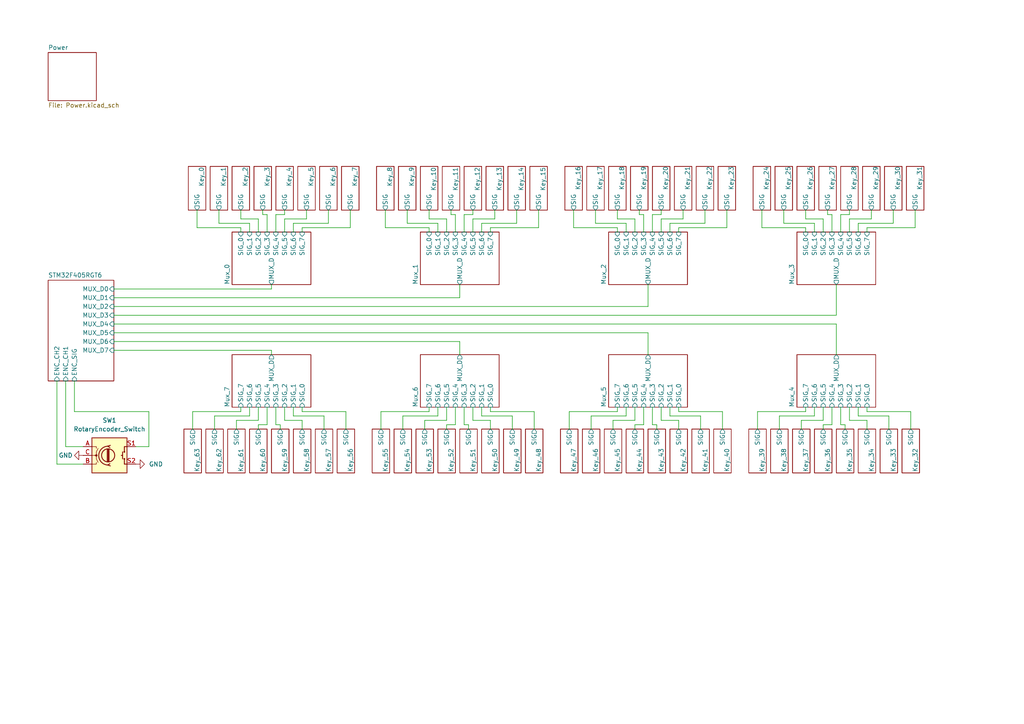
<source format=kicad_sch>
(kicad_sch (version 20250114) (generator "eeschema") (generator_version "9.0")
  (paper "A4")
  (lib_symbols
    (symbol "Device:RotaryEncoder_Switch" (pin_names (offset 0.254) (hide yes))
      (property "Reference" "SW" (at 0 6.604 0))
      (property "Value" "RotaryEncoder_Switch" (at 0 -6.604 0))
      (symbol "RotaryEncoder_Switch_0_1"
        (rectangle (start -5.08 5.08) (end 5.08 -5.08) (stroke (width 0.254)) (fill (type background)))
        (polyline (pts (xy -5.08 2.54) (xy -3.81 2.54) (xy -3.81 2.032)))
        (polyline (pts (xy -5.08 0) (xy -3.81 0) (xy -3.81 -1.016) (xy -3.302 -2.032)))
        (polyline (pts (xy -5.08 -2.54) (xy -3.81 -2.54) (xy -3.81 -2.032)))
        (polyline (pts (xy -4.318 0) (xy -3.81 0) (xy -3.81 1.016) (xy -3.302 2.032)))
        (circle (center -3.81 0) (radius 0.254) (fill (type outline)))
        (polyline (pts (xy -0.635 -1.778) (xy -0.635 1.778)) (stroke (width 0.254)))
        (circle (center -0.381 0) (radius 1.905) (stroke (width 0.254)))
        (polyline (pts (xy -0.381 -1.778) (xy -0.381 1.778)) (stroke (width 0.254)))
        (arc (start -0.381 -2.794) (mid -3.0988 -0.0635) (end -0.381 2.667) (stroke (width 0.254)))
        (polyline (pts (xy -0.127 1.778) (xy -0.127 -1.778)) (stroke (width 0.254)))
        (polyline (pts (xy 0.254 2.921) (xy -0.508 2.667) (xy 0.127 2.286)) (stroke (width 0.254)))
        (polyline (pts (xy 0.254 -3.048) (xy -0.508 -2.794) (xy 0.127 -2.413)) (stroke (width 0.254)))
        (polyline (pts (xy 3.81 1.016) (xy 3.81 -1.016)) (stroke (width 0.254)))
        (polyline (pts (xy 3.81 0) (xy 3.429 0)) (stroke (width 0.254)))
        (circle (center 4.318 1.016) (radius 0.127) (stroke (width 0.254)))
        (circle (center 4.318 -1.016) (radius 0.127) (stroke (width 0.254)))
        (polyline (pts (xy 5.08 2.54) (xy 4.318 2.54) (xy 4.318 1.016)) (stroke (width 0.254)))
        (polyline (pts (xy 5.08 -2.54) (xy 4.318 -2.54) (xy 4.318 -1.016)) (stroke (width 0.254)))
      )
      (symbol "RotaryEncoder_Switch_1_1"
        (pin passive line (at -7.62 2.54 0) (length 2.54) (name "A") (number "A"))
        (pin passive line (at -7.62 0 0) (length 2.54) (name "C") (number "C"))
        (pin passive line (at -7.62 -2.54 0) (length 2.54) (name "B") (number "B"))
        (pin passive line (at 7.62 2.54 180) (length 2.54) (name "S1") (number "S1"))
        (pin passive line (at 7.62 -2.54 180) (length 2.54) (name "S2") (number "S2"))
      )
    )
    (symbol "power:GND" (power) (pin_numbers (hide yes)) (pin_names (offset 0) (hide yes))
      (property "Value" "GND" (at 0 -3.81 0))
      (symbol "GND_0_1"
        (polyline (pts (xy 0 0) (xy 0 -1.27) (xy 1.27 -1.27) (xy 0 -2.54) (xy -1.27 -1.27) (xy 0 -1.27)))
      )
      (symbol "GND_1_1"
        (pin power_in line (at 0 0 270) (length 0) (name "~") (number "1"))
      )
    )
  )
  (wire (pts (xy 21.59 110.49) (xy 21.59 119.38)))
  (wire (pts (xy 191.77 121.92) (xy 196.85 121.92)))
  (wire (pts (xy 236.22 67.31) (xy 236.22 64.77)))
  (wire (pts (xy 124.46 63.5) (xy 124.46 60.96)))
  (wire (pts (xy 181.61 64.77) (xy 172.72 64.77)))
  (wire (pts (xy 184.15 67.31) (xy 184.15 63.5)))
  (wire (pts (xy 233.68 119.38) (xy 219.71 119.38)))
  (wire (pts (xy 171.45 120.65) (xy 171.45 124.46)))
  (wire (pts (xy 243.84 62.23) (xy 246.38 62.23)))
  (wire (pts (xy 209.55 119.38) (xy 209.55 124.46)))
  (wire (pts (xy 127 64.77) (xy 118.11 64.77)))
  (wire (pts (xy 232.41 121.92) (xy 232.41 124.46)))
  (wire (pts (xy 137.16 63.5) (xy 143.51 63.5)))
  (wire (pts (xy 184.15 63.5) (xy 179.07 63.5)))
  (wire (pts (xy 33.02 93.98) (xy 242.57 93.98)))
  (wire (pts (xy 241.3 118.11) (xy 241.3 123.19)))
  (wire (pts (xy 240.03 62.23) (xy 240.03 60.96)))
  (wire (pts (xy 179.07 118.11) (xy 179.07 119.38)))
  (wire (pts (xy 118.11 64.77) (xy 118.11 60.96)))
  (wire (pts (xy 74.93 121.92) (xy 68.58 121.92)))
  (wire (pts (xy 133.35 99.06) (xy 133.35 102.87)))
  (wire (pts (xy 82.55 118.11) (xy 82.55 121.92)))
  (wire (pts (xy 62.23 120.65) (xy 62.23 124.46)))
  (wire (pts (xy 246.38 67.31) (xy 246.38 63.5)))
  (wire (pts (xy 85.09 67.31) (xy 85.09 64.77)))
  (wire (pts (xy 189.23 118.11) (xy 189.23 123.19)))
  (wire (pts (xy 233.68 67.31) (xy 233.68 66.04)))
  (wire (pts (xy 172.72 64.77) (xy 172.72 60.96)))
  (wire (pts (xy 134.62 67.31) (xy 134.62 62.23)))
  (wire (pts (xy 129.54 63.5) (xy 124.46 63.5)))
  (wire (pts (xy 82.55 67.31) (xy 82.55 63.5)))
  (wire (pts (xy 238.76 123.19) (xy 238.76 124.46)))
  (wire (pts (xy 142.24 66.04) (xy 156.21 66.04)))
  (wire (pts (xy 33.02 99.06) (xy 133.35 99.06)))
  (wire (pts (xy 181.61 120.65) (xy 171.45 120.65)))
  (wire (pts (xy 88.9 63.5) (xy 88.9 60.96)))
  (wire (pts (xy 74.93 67.31) (xy 74.93 63.5)))
  (wire (pts (xy 251.46 119.38) (xy 264.16 119.38)))
  (wire (pts (xy 196.85 119.38) (xy 209.55 119.38)))
  (wire (pts (xy 68.58 121.92) (xy 68.58 124.46)))
  (wire (pts (xy 127 118.11) (xy 127 120.65)))
  (wire (pts (xy 74.93 123.19) (xy 74.93 124.46)))
  (wire (pts (xy 166.37 66.04) (xy 166.37 60.96)))
  (wire (pts (xy 149.86 64.77) (xy 149.86 60.96)))
  (wire (pts (xy 184.15 123.19) (xy 184.15 124.46)))
  (wire (pts (xy 236.22 118.11) (xy 236.22 120.65)))
  (wire (pts (xy 264.16 119.38) (xy 264.16 124.46)))
  (wire (pts (xy 134.62 62.23) (xy 137.16 62.23)))
  (wire (pts (xy 196.85 118.11) (xy 196.85 119.38)))
  (wire (pts (xy 133.35 86.36) (xy 133.35 82.55)))
  (wire (pts (xy 238.76 63.5) (xy 233.68 63.5)))
  (wire (pts (xy 130.81 62.23) (xy 130.81 60.96)))
  (wire (pts (xy 69.85 66.04) (xy 57.15 66.04)))
  (wire (pts (xy 219.71 119.38) (xy 219.71 124.46)))
  (wire (pts (xy 137.16 62.23) (xy 137.16 60.96)))
  (wire (pts (xy 85.09 64.77) (xy 95.25 64.77)))
  (wire (pts (xy 142.24 67.31) (xy 142.24 66.04)))
  (wire (pts (xy 251.46 66.04) (xy 265.43 66.04)))
  (wire (pts (xy 85.09 118.11) (xy 85.09 120.65)))
  (wire (pts (xy 43.18 119.38) (xy 43.18 129.54)))
  (wire (pts (xy 265.43 66.04) (xy 265.43 60.96)))
  (wire (pts (xy 245.11 123.19) (xy 243.84 123.19)))
  (wire (pts (xy 21.59 119.38) (xy 43.18 119.38)))
  (wire (pts (xy 242.57 91.44) (xy 242.57 82.55)))
  (wire (pts (xy 186.69 118.11) (xy 186.69 123.19)))
  (wire (pts (xy 132.08 67.31) (xy 132.08 62.23)))
  (wire (pts (xy 154.94 119.38) (xy 154.94 124.46)))
  (wire (pts (xy 95.25 64.77) (xy 95.25 60.96)))
  (wire (pts (xy 80.01 118.11) (xy 80.01 123.19)))
  (wire (pts (xy 82.55 62.23) (xy 82.55 60.96)))
  (wire (pts (xy 203.2 120.65) (xy 203.2 124.46)))
  (wire (pts (xy 139.7 64.77) (xy 149.86 64.77)))
  (wire (pts (xy 87.63 121.92) (xy 87.63 124.46)))
  (wire (pts (xy 246.38 118.11) (xy 246.38 121.92)))
  (wire (pts (xy 142.24 121.92) (xy 142.24 124.46)))
  (wire (pts (xy 127 120.65) (xy 116.84 120.65)))
  (wire (pts (xy 238.76 121.92) (xy 232.41 121.92)))
  (wire (pts (xy 142.24 119.38) (xy 154.94 119.38)))
  (wire (pts (xy 129.54 67.31) (xy 129.54 63.5)))
  (wire (pts (xy 101.6 66.04) (xy 101.6 60.96)))
  (wire (pts (xy 132.08 118.11) (xy 132.08 123.19)))
  (wire (pts (xy 24.13 129.54) (xy 19.05 129.54)))
  (wire (pts (xy 137.16 118.11) (xy 137.16 121.92)))
  (wire (pts (xy 220.98 66.04) (xy 220.98 60.96)))
  (wire (pts (xy 33.02 91.44) (xy 242.57 91.44)))
  (wire (pts (xy 139.7 120.65) (xy 148.59 120.65)))
  (wire (pts (xy 72.39 118.11) (xy 72.39 120.65)))
  (wire (pts (xy 93.98 120.65) (xy 93.98 124.46)))
  (wire (pts (xy 259.08 64.77) (xy 259.08 60.96)))
  (wire (pts (xy 240.03 62.23) (xy 241.3 62.23)))
  (wire (pts (xy 85.09 120.65) (xy 93.98 120.65)))
  (wire (pts (xy 190.5 123.19) (xy 190.5 124.46)))
  (wire (pts (xy 243.84 67.31) (xy 243.84 62.23)))
  (wire (pts (xy 186.69 67.31) (xy 186.69 62.23)))
  (wire (pts (xy 77.47 123.19) (xy 74.93 123.19)))
  (wire (pts (xy 77.47 118.11) (xy 77.47 123.19)))
  (wire (pts (xy 135.89 123.19) (xy 134.62 123.19)))
  (wire (pts (xy 187.96 88.9) (xy 187.96 82.55)))
  (wire (pts (xy 179.07 119.38) (xy 165.1 119.38)))
  (wire (pts (xy 33.02 83.82) (xy 78.74 83.82)))
  (wire (pts (xy 69.85 67.31) (xy 69.85 66.04)))
  (wire (pts (xy 33.02 88.9) (xy 187.96 88.9)))
  (wire (pts (xy 204.47 64.77) (xy 204.47 60.96)))
  (wire (pts (xy 124.46 119.38) (xy 110.49 119.38)))
  (wire (pts (xy 129.54 118.11) (xy 129.54 121.92)))
  (wire (pts (xy 189.23 67.31) (xy 189.23 62.23)))
  (wire (pts (xy 78.74 101.6) (xy 78.74 102.87)))
  (wire (pts (xy 135.89 123.19) (xy 135.89 124.46)))
  (wire (pts (xy 116.84 120.65) (xy 116.84 124.46)))
  (wire (pts (xy 74.93 118.11) (xy 74.93 121.92)))
  (wire (pts (xy 82.55 121.92) (xy 87.63 121.92)))
  (wire (pts (xy 257.81 120.65) (xy 257.81 124.46)))
  (wire (pts (xy 124.46 118.11) (xy 124.46 119.38)))
  (wire (pts (xy 248.92 120.65) (xy 257.81 120.65)))
  (wire (pts (xy 76.2 62.23) (xy 76.2 60.96)))
  (wire (pts (xy 165.1 119.38) (xy 165.1 124.46)))
  (wire (pts (xy 187.96 96.52) (xy 187.96 102.87)))
  (wire (pts (xy 82.55 63.5) (xy 88.9 63.5)))
  (wire (pts (xy 251.46 67.31) (xy 251.46 66.04)))
  (wire (pts (xy 137.16 67.31) (xy 137.16 63.5)))
  (wire (pts (xy 100.33 119.38) (xy 100.33 124.46)))
  (wire (pts (xy 184.15 118.11) (xy 184.15 121.92)))
  (wire (pts (xy 132.08 123.19) (xy 129.54 123.19)))
  (wire (pts (xy 248.92 118.11) (xy 248.92 120.65)))
  (wire (pts (xy 194.31 64.77) (xy 204.47 64.77)))
  (wire (pts (xy 129.54 121.92) (xy 123.19 121.92)))
  (wire (pts (xy 87.63 119.38) (xy 100.33 119.38)))
  (wire (pts (xy 24.13 134.62) (xy 16.51 134.62)))
  (wire (pts (xy 156.21 66.04) (xy 156.21 60.96)))
  (wire (pts (xy 191.77 62.23) (xy 191.77 60.96)))
  (wire (pts (xy 87.63 66.04) (xy 101.6 66.04)))
  (wire (pts (xy 243.84 118.11) (xy 243.84 123.19)))
  (wire (pts (xy 233.68 66.04) (xy 220.98 66.04)))
  (wire (pts (xy 87.63 67.31) (xy 87.63 66.04)))
  (wire (pts (xy 130.81 62.23) (xy 132.08 62.23)))
  (wire (pts (xy 16.51 110.49) (xy 16.51 134.62)))
  (wire (pts (xy 252.73 63.5) (xy 252.73 60.96)))
  (wire (pts (xy 129.54 123.19) (xy 129.54 124.46)))
  (wire (pts (xy 19.05 110.49) (xy 19.05 129.54)))
  (wire (pts (xy 181.61 67.31) (xy 181.61 64.77)))
  (wire (pts (xy 110.49 119.38) (xy 110.49 124.46)))
  (wire (pts (xy 87.63 118.11) (xy 87.63 119.38)))
  (wire (pts (xy 251.46 118.11) (xy 251.46 119.38)))
  (wire (pts (xy 63.5 64.77) (xy 63.5 60.96)))
  (wire (pts (xy 245.11 123.19) (xy 245.11 124.46)))
  (wire (pts (xy 69.85 118.11) (xy 69.85 119.38)))
  (wire (pts (xy 80.01 62.23) (xy 82.55 62.23)))
  (wire (pts (xy 241.3 123.19) (xy 238.76 123.19)))
  (wire (pts (xy 124.46 67.31) (xy 124.46 66.04)))
  (wire (pts (xy 236.22 120.65) (xy 226.06 120.65)))
  (wire (pts (xy 238.76 67.31) (xy 238.76 63.5)))
  (wire (pts (xy 191.77 67.31) (xy 191.77 63.5)))
  (wire (pts (xy 251.46 121.92) (xy 251.46 124.46)))
  (wire (pts (xy 185.42 62.23) (xy 186.69 62.23)))
  (wire (pts (xy 236.22 64.77) (xy 227.33 64.77)))
  (wire (pts (xy 139.7 118.11) (xy 139.7 120.65)))
  (wire (pts (xy 72.39 64.77) (xy 63.5 64.77)))
  (wire (pts (xy 238.76 118.11) (xy 238.76 121.92)))
  (wire (pts (xy 69.85 119.38) (xy 55.88 119.38)))
  (wire (pts (xy 179.07 66.04) (xy 166.37 66.04)))
  (wire (pts (xy 198.12 63.5) (xy 198.12 60.96)))
  (wire (pts (xy 186.69 123.19) (xy 184.15 123.19)))
  (wire (pts (xy 72.39 120.65) (xy 62.23 120.65)))
  (wire (pts (xy 81.28 123.19) (xy 80.01 123.19)))
  (wire (pts (xy 246.38 62.23) (xy 246.38 60.96)))
  (wire (pts (xy 210.82 66.04) (xy 210.82 60.96)))
  (wire (pts (xy 124.46 66.04) (xy 111.76 66.04)))
  (wire (pts (xy 33.02 86.36) (xy 133.35 86.36)))
  (wire (pts (xy 248.92 64.77) (xy 259.08 64.77)))
  (wire (pts (xy 57.15 66.04) (xy 57.15 60.96)))
  (wire (pts (xy 78.74 83.82) (xy 78.74 82.55)))
  (wire (pts (xy 191.77 118.11) (xy 191.77 121.92)))
  (wire (pts (xy 72.39 67.31) (xy 72.39 64.77)))
  (wire (pts (xy 123.19 121.92) (xy 123.19 124.46)))
  (wire (pts (xy 185.42 62.23) (xy 185.42 60.96)))
  (wire (pts (xy 248.92 67.31) (xy 248.92 64.77)))
  (wire (pts (xy 80.01 67.31) (xy 80.01 62.23)))
  (wire (pts (xy 177.8 121.92) (xy 177.8 124.46)))
  (wire (pts (xy 139.7 67.31) (xy 139.7 64.77)))
  (wire (pts (xy 142.24 118.11) (xy 142.24 119.38)))
  (wire (pts (xy 194.31 118.11) (xy 194.31 120.65)))
  (wire (pts (xy 190.5 123.19) (xy 189.23 123.19)))
  (wire (pts (xy 191.77 63.5) (xy 198.12 63.5)))
  (wire (pts (xy 69.85 63.5) (xy 69.85 60.96)))
  (wire (pts (xy 196.85 66.04) (xy 210.82 66.04)))
  (wire (pts (xy 226.06 120.65) (xy 226.06 124.46)))
  (wire (pts (xy 246.38 121.92) (xy 251.46 121.92)))
  (wire (pts (xy 76.2 62.23) (xy 77.47 62.23)))
  (wire (pts (xy 148.59 120.65) (xy 148.59 124.46)))
  (wire (pts (xy 227.33 64.77) (xy 227.33 60.96)))
  (wire (pts (xy 43.18 129.54) (xy 39.37 129.54)))
  (wire (pts (xy 179.07 63.5) (xy 179.07 60.96)))
  (wire (pts (xy 143.51 63.5) (xy 143.51 60.96)))
  (wire (pts (xy 189.23 62.23) (xy 191.77 62.23)))
  (wire (pts (xy 33.02 96.52) (xy 187.96 96.52)))
  (wire (pts (xy 179.07 67.31) (xy 179.07 66.04)))
  (wire (pts (xy 233.68 63.5) (xy 233.68 60.96)))
  (wire (pts (xy 196.85 121.92) (xy 196.85 124.46)))
  (wire (pts (xy 194.31 120.65) (xy 203.2 120.65)))
  (wire (pts (xy 33.02 101.6) (xy 78.74 101.6)))
  (wire (pts (xy 184.15 121.92) (xy 177.8 121.92)))
  (wire (pts (xy 246.38 63.5) (xy 252.73 63.5)))
  (wire (pts (xy 55.88 119.38) (xy 55.88 124.46)))
  (wire (pts (xy 81.28 123.19) (xy 81.28 124.46)))
  (wire (pts (xy 196.85 67.31) (xy 196.85 66.04)))
  (wire (pts (xy 233.68 118.11) (xy 233.68 119.38)))
  (wire (pts (xy 194.31 67.31) (xy 194.31 64.77)))
  (wire (pts (xy 241.3 67.31) (xy 241.3 62.23)))
  (wire (pts (xy 77.47 67.31) (xy 77.47 62.23)))
  (wire (pts (xy 181.61 118.11) (xy 181.61 120.65)))
  (wire (pts (xy 74.93 63.5) (xy 69.85 63.5)))
  (wire (pts (xy 111.76 66.04) (xy 111.76 60.96)))
  (wire (pts (xy 127 67.31) (xy 127 64.77)))
  (wire (pts (xy 137.16 121.92) (xy 142.24 121.92)))
  (wire (pts (xy 242.57 93.98) (xy 242.57 102.87)))
  (wire (pts (xy 134.62 118.11) (xy 134.62 123.19)))
  (symbol (lib_id "Device:RotaryEncoder_Switch") (at 31.75 132.08 0) (unit 1)
    (property "Reference" "SW1" (at 31.75 121.92 0))
    (property "Value" "RotaryEncoder_Switch" (at 31.75 124.46 0))
    (property "Description" "Rotary encoder, dual channel, incremental quadrate outputs, with switch" (effects (hide yes)))
  )
  (symbol (lib_id "power:GND") (at 39.37 134.62 90) (unit 1)
    (property "Reference" "#PWR0528" (effects (hide yes)))
    (property "Value" "GND" (at 43.18 134.6199 90) (effects (justify right)))
    (property "Description" "Power symbol creates a global label with name \"GND\" , ground" (effects (hide yes)))
  )
  (symbol (lib_id "power:GND") (at 24.13 132.08 270) (unit 1)
    (property "Reference" "#PWR0527" (effects (hide yes)))
    (property "Value" "GND" (at 21.082 132.08 90) (effects (justify right)))
    (property "Description" "Power symbol creates a global label with name \"GND\" , ground" (effects (hide yes)))
  )
  (sheet (at 162.56 124.46) (size 5.08 12.7) (stroke (width 0.1524))
    (property "Sheetname" "Key_47" (at 167.132 136.906 90) (effects (justify left bottom)))
    (property "Sheetfile" "Key.kicad_sch" (effects (hide yes)))
    (pin "SIG" output (at 165.1 124.46 90))
  )
  (sheet (at 97.79 124.46) (size 5.08 12.7) (stroke (width 0.1524))
    (property "Sheetname" "Key_56" (at 102.362 136.906 90) (effects (justify left bottom)))
    (property "Sheetfile" "Key.kicad_sch" (effects (hide yes)))
    (pin "SIG" output (at 100.33 124.46 90))
  )
  (sheet (at 231.14 102.87) (size 22.86 15.24) (stroke (width 0.1524))
    (property "Sheetname" "Mux_4" (at 230.378 118.11 90) (effects (justify left bottom)))
    (property "Sheetfile" "Multiplexer.kicad_sch" (effects (hide yes)))
    (pin "MUX_D" output (at 242.57 102.87 90))
    (pin "SIG_0" input (at 251.46 118.11 270))
    (pin "SIG_1" input (at 248.92 118.11 270))
    (pin "SIG_2" input (at 246.38 118.11 270))
    (pin "SIG_3" input (at 243.84 118.11 270))
    (pin "SIG_4" input (at 241.3 118.11 270))
    (pin "SIG_5" input (at 238.76 118.11 270))
    (pin "SIG_6" input (at 236.22 118.11 270))
    (pin "SIG_7" input (at 233.68 118.11 270))
  )
  (sheet (at 223.52 124.46) (size 5.08 12.7) (stroke (width 0.1524))
    (property "Sheetname" "Key_38" (at 228.092 136.906 90) (effects (justify left bottom)))
    (property "Sheetfile" "Key.kicad_sch" (effects (hide yes)))
    (pin "SIG" output (at 226.06 124.46 90))
  )
  (sheet (at 170.18 48.26) (size 5.08 12.7) (stroke (width 0.1524))
    (property "Sheetname" "Key_17" (at 174.752 55.118 90) (effects (justify left bottom)))
    (property "Sheetfile" "Key.kicad_sch" (effects (hide yes)))
    (pin "SIG" output (at 172.72 60.96 270))
  )
  (sheet (at 134.62 48.26) (size 5.08 12.7) (stroke (width 0.1524))
    (property "Sheetname" "Key_12" (at 139.192 55.372 90) (effects (justify left bottom)))
    (property "Sheetfile" "Key.kicad_sch" (effects (hide yes)))
    (pin "SIG" output (at 137.16 60.96 270))
  )
  (sheet (at 54.61 48.26) (size 5.08 12.7) (stroke (width 0.1524))
    (property "Sheetname" "Key_0" (at 59.182 54.102 90) (effects (justify left bottom)))
    (property "Sheetfile" "Key.kicad_sch" (effects (hide yes)))
    (pin "SIG" output (at 57.15 60.96 270))
  )
  (sheet (at 231.14 48.26) (size 5.08 12.7) (stroke (width 0.1524))
    (property "Sheetname" "Key_26" (at 235.712 55.118 90) (effects (justify left bottom)))
    (property "Sheetfile" "Key.kicad_sch" (effects (hide yes)))
    (pin "SIG" output (at 233.68 60.96 270))
  )
  (sheet (at 242.57 124.46) (size 5.08 12.7) (stroke (width 0.1524))
    (property "Sheetname" "Key_35" (at 247.142 136.906 90) (effects (justify left bottom)))
    (property "Sheetfile" "Key.kicad_sch" (effects (hide yes)))
    (pin "SIG" output (at 245.11 124.46 90))
  )
  (sheet (at 121.92 48.26) (size 5.08 12.7) (stroke (width 0.1524))
    (property "Sheetname" "Key_10" (at 126.492 55.372 90) (effects (justify left bottom)))
    (property "Sheetfile" "Key.kicad_sch" (effects (hide yes)))
    (pin "SIG" output (at 124.46 60.96 270))
  )
  (sheet (at 139.7 124.46) (size 5.08 12.7) (stroke (width 0.1524))
    (property "Sheetname" "Key_50" (at 144.272 136.906 90) (effects (justify left bottom)))
    (property "Sheetfile" "Key.kicad_sch" (effects (hide yes)))
    (pin "SIG" output (at 142.24 124.46 90))
  )
  (sheet (at 80.01 48.26) (size 5.08 12.7) (stroke (width 0.1524))
    (property "Sheetname" "Key_4" (at 84.582 54.102 90) (effects (justify left bottom)))
    (property "Sheetfile" "Key.kicad_sch" (effects (hide yes)))
    (pin "SIG" output (at 82.55 60.96 270))
  )
  (sheet (at 67.31 48.26) (size 5.08 12.7) (stroke (width 0.1524))
    (property "Sheetname" "Key_2" (at 71.882 54.102 90) (effects (justify left bottom)))
    (property "Sheetfile" "Key.kicad_sch" (effects (hide yes)))
    (pin "SIG" output (at 69.85 60.96 270))
  )
  (sheet (at 59.69 124.46) (size 5.08 12.7) (stroke (width 0.1524))
    (property "Sheetname" "Key_62" (at 64.262 136.906 90) (effects (justify left bottom)))
    (property "Sheetfile" "Key.kicad_sch" (effects (hide yes)))
    (pin "SIG" output (at 62.23 124.46 90))
  )
  (sheet (at 248.92 124.46) (size 5.08 12.7) (stroke (width 0.1524))
    (property "Sheetname" "Key_34" (at 253.492 136.906 90) (effects (justify left bottom)))
    (property "Sheetfile" "Key.kicad_sch" (effects (hide yes)))
    (pin "SIG" output (at 251.46 124.46 90))
  )
  (sheet (at 261.62 124.46) (size 5.08 12.7) (stroke (width 0.1524))
    (property "Sheetname" "Key_32" (at 266.192 136.906 90) (effects (justify left bottom)))
    (property "Sheetfile" "Key.kicad_sch" (effects (hide yes)))
    (pin "SIG" output (at 264.16 124.46 90))
  )
  (sheet (at 176.53 102.87) (size 22.86 15.24) (stroke (width 0.1524))
    (property "Sheetname" "Mux_5" (at 175.8184 118.11 90) (effects (justify left bottom)))
    (property "Sheetfile" "Multiplexer.kicad_sch" (effects (hide yes)))
    (pin "MUX_D" output (at 187.96 102.87 90))
    (pin "SIG_0" input (at 196.85 118.11 270))
    (pin "SIG_1" input (at 194.31 118.11 270))
    (pin "SIG_2" input (at 191.77 118.11 270))
    (pin "SIG_3" input (at 189.23 118.11 270))
    (pin "SIG_4" input (at 186.69 118.11 270))
    (pin "SIG_5" input (at 184.15 118.11 270))
    (pin "SIG_6" input (at 181.61 118.11 270))
    (pin "SIG_7" input (at 179.07 118.11 270))
  )
  (sheet (at 243.84 48.26) (size 5.08 12.7) (stroke (width 0.1524))
    (property "Sheetname" "Key_28" (at 248.412 55.118 90) (effects (justify left bottom)))
    (property "Sheetfile" "Key.kicad_sch" (effects (hide yes)))
    (pin "SIG" output (at 246.38 60.96 270))
  )
  (sheet (at 91.44 124.46) (size 5.08 12.7) (stroke (width 0.1524))
    (property "Sheetname" "Key_57" (at 96.012 136.906 90) (effects (justify left bottom)))
    (property "Sheetfile" "Key.kicad_sch" (effects (hide yes)))
    (pin "SIG" output (at 93.98 124.46 90))
  )
  (sheet (at 72.39 124.46) (size 5.08 12.7) (stroke (width 0.1524))
    (property "Sheetname" "Key_60" (at 76.962 136.906 90) (effects (justify left bottom)))
    (property "Sheetfile" "Key.kicad_sch" (effects (hide yes)))
    (pin "SIG" output (at 74.93 124.46 90))
  )
  (sheet (at 189.23 48.26) (size 5.08 12.7) (stroke (width 0.1524))
    (property "Sheetname" "Key_20" (at 193.802 55.118 90) (effects (justify left bottom)))
    (property "Sheetfile" "Key.kicad_sch" (effects (hide yes)))
    (pin "SIG" output (at 191.77 60.96 270))
  )
  (sheet (at 231.14 67.31) (size 22.86 15.24) (stroke (width 0.1524))
    (property "Sheetname" "Mux_3" (at 230.378 82.55 90) (effects (justify left bottom)))
    (property "Sheetfile" "Multiplexer.kicad_sch" (effects (hide yes)))
    (pin "MUX_D" output (at 242.57 82.55 270))
    (pin "SIG_0" input (at 233.68 67.31 90))
    (pin "SIG_1" input (at 236.22 67.31 90))
    (pin "SIG_2" input (at 238.76 67.31 90))
    (pin "SIG_3" input (at 241.3 67.31 90))
    (pin "SIG_4" input (at 243.84 67.31 90))
    (pin "SIG_5" input (at 246.38 67.31 90))
    (pin "SIG_6" input (at 248.92 67.31 90))
    (pin "SIG_7" input (at 251.46 67.31 90))
  )
  (sheet (at 237.49 48.26) (size 5.08 12.7) (stroke (width 0.1524))
    (property "Sheetname" "Key_27" (at 242.062 55.118 90) (effects (justify left bottom)))
    (property "Sheetfile" "Key.kicad_sch" (effects (hide yes)))
    (pin "SIG" output (at 240.03 60.96 270))
  )
  (sheet (at 175.26 124.46) (size 5.08 12.7) (stroke (width 0.1524))
    (property "Sheetname" "Key_45" (at 179.832 136.906 90) (effects (justify left bottom)))
    (property "Sheetfile" "Key.kicad_sch" (effects (hide yes)))
    (pin "SIG" output (at 177.8 124.46 90))
  )
  (sheet (at 224.79 48.26) (size 5.08 12.7) (stroke (width 0.1524))
    (property "Sheetname" "Key_25" (at 229.362 55.118 90) (effects (justify left bottom)))
    (property "Sheetfile" "Key.kicad_sch" (effects (hide yes)))
    (pin "SIG" output (at 227.33 60.96 270))
  )
  (sheet (at 207.01 124.46) (size 5.08 12.7) (stroke (width 0.1524))
    (property "Sheetname" "Key_40" (at 211.582 136.906 90) (effects (justify left bottom)))
    (property "Sheetfile" "Key.kicad_sch" (effects (hide yes)))
    (pin "SIG" output (at 209.55 124.46 90))
  )
  (sheet (at 176.53 67.31) (size 22.86 15.24) (stroke (width 0.1524))
    (property "Sheetname" "Mux_2" (at 175.8184 82.55 90) (effects (justify left bottom)))
    (property "Sheetfile" "Multiplexer.kicad_sch" (effects (hide yes)))
    (pin "MUX_D" output (at 187.96 82.55 270))
    (pin "SIG_0" input (at 179.07 67.31 90))
    (pin "SIG_1" input (at 181.61 67.31 90))
    (pin "SIG_2" input (at 184.15 67.31 90))
    (pin "SIG_3" input (at 186.69 67.31 90))
    (pin "SIG_4" input (at 189.23 67.31 90))
    (pin "SIG_5" input (at 191.77 67.31 90))
    (pin "SIG_6" input (at 194.31 67.31 90))
    (pin "SIG_7" input (at 196.85 67.31 90))
  )
  (sheet (at 109.22 48.26) (size 5.08 12.7) (stroke (width 0.1524))
    (property "Sheetname" "Key_8" (at 113.792 54.102 90) (effects (justify left bottom)))
    (property "Sheetfile" "Key.kicad_sch" (effects (hide yes)))
    (pin "SIG" output (at 111.76 60.96 270))
  )
  (sheet (at 256.54 48.26) (size 5.08 12.7) (stroke (width 0.1524))
    (property "Sheetname" "Key_30" (at 261.112 55.118 90) (effects (justify left bottom)))
    (property "Sheetfile" "Key.kicad_sch" (effects (hide yes)))
    (pin "SIG" output (at 259.08 60.96 270))
  )
  (sheet (at 208.28 48.26) (size 5.08 12.7) (stroke (width 0.1524))
    (property "Sheetname" "Key_23" (at 212.852 55.118 90) (effects (justify left bottom)))
    (property "Sheetfile" "Key.kicad_sch" (effects (hide yes)))
    (pin "SIG" output (at 210.82 60.96 270))
  )
  (sheet (at 182.88 48.26) (size 5.08 12.7) (stroke (width 0.1524))
    (property "Sheetname" "Key_19" (at 187.452 55.118 90) (effects (justify left bottom)))
    (property "Sheetfile" "Key.kicad_sch" (effects (hide yes)))
    (pin "SIG" output (at 185.42 60.96 270))
  )
  (sheet (at 168.91 124.46) (size 5.08 12.7) (stroke (width 0.1524))
    (property "Sheetname" "Key_46" (at 173.482 136.906 90) (effects (justify left bottom)))
    (property "Sheetfile" "Key.kicad_sch" (effects (hide yes)))
    (pin "SIG" output (at 171.45 124.46 90))
  )
  (sheet (at 53.34 124.46) (size 5.08 12.7) (stroke (width 0.1524))
    (property "Sheetname" "Key_63" (at 57.912 136.906 90) (effects (justify left bottom)))
    (property "Sheetfile" "Key.kicad_sch" (effects (hide yes)))
    (pin "SIG" output (at 55.88 124.46 90))
  )
  (sheet (at 99.06 48.26) (size 5.08 12.7) (stroke (width 0.1524))
    (property "Sheetname" "Key_7" (at 103.632 54.102 90) (effects (justify left bottom)))
    (property "Sheetfile" "Key.kicad_sch" (effects (hide yes)))
    (pin "SIG" output (at 101.6 60.96 270))
  )
  (sheet (at 85.09 124.46) (size 5.08 12.7) (stroke (width 0.1524))
    (property "Sheetname" "Key_58" (at 89.662 136.906 90) (effects (justify left bottom)))
    (property "Sheetfile" "Key.kicad_sch" (effects (hide yes)))
    (pin "SIG" output (at 87.63 124.46 90))
  )
  (sheet (at 13.97 81.28) (size 19.05 29.21) (stroke (width 0.1524))
    (property "Sheetname" "STM32F405RGT6" (at 13.97 80.5684 0) (effects (justify left bottom)))
    (property "Sheetfile" "STM32F405RGT6.kicad_sch" (effects (hide yes)))
    (pin "MUX_D0" input (at 33.02 83.82 0))
    (pin "MUX_D1" input (at 33.02 86.36 0))
    (pin "MUX_D2" input (at 33.02 88.9 0))
    (pin "MUX_D3" input (at 33.02 91.44 0))
    (pin "MUX_D4" input (at 33.02 93.98 0))
    (pin "MUX_D5" input (at 33.02 96.52 0))
    (pin "MUX_D6" input (at 33.02 99.06 0))
    (pin "MUX_D7" input (at 33.02 101.6 0))
    (pin "ENC_CH1" input (at 19.05 110.49 270))
    (pin "ENC_CH2" input (at 16.51 110.49 270))
    (pin "ENC_SIG" input (at 21.59 110.49 270))
  )
  (sheet (at 229.87 124.46) (size 5.08 12.7) (stroke (width 0.1524))
    (property "Sheetname" "Key_37" (at 234.442 136.906 90) (effects (justify left bottom)))
    (property "Sheetfile" "Key.kicad_sch" (effects (hide yes)))
    (pin "SIG" output (at 232.41 124.46 90))
  )
  (sheet (at 152.4 124.46) (size 5.08 12.7) (stroke (width 0.1524))
    (property "Sheetname" "Key_48" (at 156.972 136.906 90) (effects (justify left bottom)))
    (property "Sheetfile" "Key.kicad_sch" (effects (hide yes)))
    (pin "SIG" output (at 154.94 124.46 90))
  )
  (sheet (at 121.92 67.31) (size 22.86 15.24) (stroke (width 0.1524))
    (property "Sheetname" "Mux_1" (at 121.2084 82.55 90) (effects (justify left bottom)))
    (property "Sheetfile" "Multiplexer.kicad_sch" (effects (hide yes)))
    (pin "MUX_D" output (at 133.35 82.55 270))
    (pin "SIG_0" input (at 124.46 67.31 90))
    (pin "SIG_1" input (at 127 67.31 90))
    (pin "SIG_2" input (at 129.54 67.31 90))
    (pin "SIG_3" input (at 132.08 67.31 90))
    (pin "SIG_4" input (at 134.62 67.31 90))
    (pin "SIG_5" input (at 137.16 67.31 90))
    (pin "SIG_6" input (at 139.7 67.31 90))
    (pin "SIG_7" input (at 142.24 67.31 90))
  )
  (sheet (at 187.96 124.46) (size 5.08 12.7) (stroke (width 0.1524))
    (property "Sheetname" "Key_43" (at 192.532 136.906 90) (effects (justify left bottom)))
    (property "Sheetfile" "Key.kicad_sch" (effects (hide yes)))
    (pin "SIG" output (at 190.5 124.46 90))
  )
  (sheet (at 201.93 48.26) (size 5.08 12.7) (stroke (width 0.1524))
    (property "Sheetname" "Key_22" (at 206.502 55.118 90) (effects (justify left bottom)))
    (property "Sheetfile" "Key.kicad_sch" (effects (hide yes)))
    (pin "SIG" output (at 204.47 60.96 270))
  )
  (sheet (at 120.65 124.46) (size 5.08 12.7) (stroke (width 0.1524))
    (property "Sheetname" "Key_53" (at 125.222 136.906 90) (effects (justify left bottom)))
    (property "Sheetfile" "Key.kicad_sch" (effects (hide yes)))
    (pin "SIG" output (at 123.19 124.46 90))
  )
  (sheet (at 195.58 48.26) (size 5.08 12.7) (stroke (width 0.1524))
    (property "Sheetname" "Key_21" (at 200.152 55.118 90) (effects (justify left bottom)))
    (property "Sheetfile" "Key.kicad_sch" (effects (hide yes)))
    (pin "SIG" output (at 198.12 60.96 270))
  )
  (sheet (at 200.66 124.46) (size 5.08 12.7) (stroke (width 0.1524))
    (property "Sheetname" "Key_41" (at 205.232 136.906 90) (effects (justify left bottom)))
    (property "Sheetfile" "Key.kicad_sch" (effects (hide yes)))
    (pin "SIG" output (at 203.2 124.46 90))
  )
  (sheet (at 115.57 48.26) (size 5.08 12.7) (stroke (width 0.1524))
    (property "Sheetname" "Key_9" (at 120.142 54.102 90) (effects (justify left bottom)))
    (property "Sheetfile" "Key.kicad_sch" (effects (hide yes)))
    (pin "SIG" output (at 118.11 60.96 270))
  )
  (sheet (at 181.61 124.46) (size 5.08 12.7) (stroke (width 0.1524))
    (property "Sheetname" "Key_44" (at 186.182 136.906 90) (effects (justify left bottom)))
    (property "Sheetfile" "Key.kicad_sch" (effects (hide yes)))
    (pin "SIG" output (at 184.15 124.46 90))
  )
  (sheet (at 60.96 48.26) (size 5.08 12.7) (stroke (width 0.1524))
    (property "Sheetname" "Key_1" (at 65.532 54.102 90) (effects (justify left bottom)))
    (property "Sheetfile" "Key.kicad_sch" (effects (hide yes)))
    (pin "SIG" output (at 63.5 60.96 270))
  )
  (sheet (at 67.31 67.31) (size 22.86 15.24) (stroke (width 0.1524))
    (property "Sheetname" "Mux_0" (at 66.5984 82.55 90) (effects (justify left bottom)))
    (property "Sheetfile" "Multiplexer.kicad_sch" (effects (hide yes)))
    (pin "MUX_D" output (at 78.74 82.55 270))
    (pin "SIG_0" input (at 69.85 67.31 90))
    (pin "SIG_1" input (at 72.39 67.31 90))
    (pin "SIG_2" input (at 74.93 67.31 90))
    (pin "SIG_3" input (at 77.47 67.31 90))
    (pin "SIG_4" input (at 80.01 67.31 90))
    (pin "SIG_5" input (at 82.55 67.31 90))
    (pin "SIG_6" input (at 85.09 67.31 90))
    (pin "SIG_7" input (at 87.63 67.31 90))
  )
  (sheet (at 176.53 48.26) (size 5.08 12.7) (stroke (width 0.1524))
    (property "Sheetname" "Key_18" (at 181.102 55.118 90) (effects (justify left bottom)))
    (property "Sheetfile" "Key.kicad_sch" (effects (hide yes)))
    (pin "SIG" output (at 179.07 60.96 270))
  )
  (sheet (at 140.97 48.26) (size 5.08 12.7) (stroke (width 0.1524))
    (property "Sheetname" "Key_13" (at 145.542 55.372 90) (effects (justify left bottom)))
    (property "Sheetfile" "Key.kicad_sch" (effects (hide yes)))
    (pin "SIG" output (at 143.51 60.96 270))
  )
  (sheet (at 218.44 48.26) (size 5.08 12.7) (stroke (width 0.1524))
    (property "Sheetname" "Key_24" (at 223.012 55.118 90) (effects (justify left bottom)))
    (property "Sheetfile" "Key.kicad_sch" (effects (hide yes)))
    (pin "SIG" output (at 220.98 60.96 270))
  )
  (sheet (at 147.32 48.26) (size 5.08 12.7) (stroke (width 0.1524))
    (property "Sheetname" "Key_14" (at 151.892 55.372 90) (effects (justify left bottom)))
    (property "Sheetfile" "Key.kicad_sch" (effects (hide yes)))
    (pin "SIG" output (at 149.86 60.96 270))
  )
  (sheet (at 73.66 48.26) (size 5.08 12.7) (stroke (width 0.1524))
    (property "Sheetname" "Key_3" (at 78.232 54.102 90) (effects (justify left bottom)))
    (property "Sheetfile" "Key.kicad_sch" (effects (hide yes)))
    (pin "SIG" output (at 76.2 60.96 270))
  )
  (sheet (at 127 124.46) (size 5.08 12.7) (stroke (width 0.1524))
    (property "Sheetname" "Key_52" (at 131.572 136.906 90) (effects (justify left bottom)))
    (property "Sheetfile" "Key.kicad_sch" (effects (hide yes)))
    (pin "SIG" output (at 129.54 124.46 90))
  )
  (sheet (at 107.95 124.46) (size 5.08 12.7) (stroke (width 0.1524))
    (property "Sheetname" "Key_55" (at 112.522 136.906 90) (effects (justify left bottom)))
    (property "Sheetfile" "Key.kicad_sch" (effects (hide yes)))
    (pin "SIG" output (at 110.49 124.46 90))
  )
  (sheet (at 13.97 15.24) (size 13.97 13.97) (stroke (width 0.1524))
    (property "Sheetname" "Power" (at 13.97 14.5284 0) (effects (justify left bottom)))
    (property "Sheetfile" "Power.kicad_sch" (at 13.97 29.7946 0) (effects (justify left top)))
  )
  (sheet (at 86.36 48.26) (size 5.08 12.7) (stroke (width 0.1524))
    (property "Sheetname" "Key_5" (at 90.932 54.102 90) (effects (justify left bottom)))
    (property "Sheetfile" "Key.kicad_sch" (effects (hide yes)))
    (pin "SIG" output (at 88.9 60.96 270))
  )
  (sheet (at 250.19 48.26) (size 5.08 12.7) (stroke (width 0.1524))
    (property "Sheetname" "Key_29" (at 254.762 55.118 90) (effects (justify left bottom)))
    (property "Sheetfile" "Key.kicad_sch" (effects (hide yes)))
    (pin "SIG" output (at 252.73 60.96 270))
  )
  (sheet (at 236.22 124.46) (size 5.08 12.7) (stroke (width 0.1524))
    (property "Sheetname" "Key_36" (at 240.792 136.906 90) (effects (justify left bottom)))
    (property "Sheetfile" "Key.kicad_sch" (effects (hide yes)))
    (pin "SIG" output (at 238.76 124.46 90))
  )
  (sheet (at 133.35 124.46) (size 5.08 12.7) (stroke (width 0.1524))
    (property "Sheetname" "Key_51" (at 137.922 136.906 90) (effects (justify left bottom)))
    (property "Sheetfile" "Key.kicad_sch" (effects (hide yes)))
    (pin "SIG" output (at 135.89 124.46 90))
  )
  (sheet (at 66.04 124.46) (size 5.08 12.7) (stroke (width 0.1524))
    (property "Sheetname" "Key_61" (at 70.612 136.906 90) (effects (justify left bottom)))
    (property "Sheetfile" "Key.kicad_sch" (effects (hide yes)))
    (pin "SIG" output (at 68.58 124.46 90))
  )
  (sheet (at 114.3 124.46) (size 5.08 12.7) (stroke (width 0.1524))
    (property "Sheetname" "Key_54" (at 118.872 136.906 90) (effects (justify left bottom)))
    (property "Sheetfile" "Key.kicad_sch" (effects (hide yes)))
    (pin "SIG" output (at 116.84 124.46 90))
  )
  (sheet (at 255.27 124.46) (size 5.08 12.7) (stroke (width 0.1524))
    (property "Sheetname" "Key_33" (at 259.842 136.906 90) (effects (justify left bottom)))
    (property "Sheetfile" "Key.kicad_sch" (effects (hide yes)))
    (pin "SIG" output (at 257.81 124.46 90))
  )
  (sheet (at 163.83 48.26) (size 5.08 12.7) (stroke (width 0.1524))
    (property "Sheetname" "Key_16" (at 168.402 55.118 90) (effects (justify left bottom)))
    (property "Sheetfile" "Key.kicad_sch" (effects (hide yes)))
    (pin "SIG" output (at 166.37 60.96 270))
  )
  (sheet (at 121.92 102.87) (size 22.86 15.24) (stroke (width 0.1524))
    (property "Sheetname" "Mux_6" (at 121.2084 118.11 90) (effects (justify left bottom)))
    (property "Sheetfile" "Multiplexer.kicad_sch" (effects (hide yes)))
    (pin "MUX_D" output (at 133.35 102.87 90))
    (pin "SIG_0" input (at 142.24 118.11 270))
    (pin "SIG_1" input (at 139.7 118.11 270))
    (pin "SIG_2" input (at 137.16 118.11 270))
    (pin "SIG_3" input (at 134.62 118.11 270))
    (pin "SIG_4" input (at 132.08 118.11 270))
    (pin "SIG_5" input (at 129.54 118.11 270))
    (pin "SIG_6" input (at 127 118.11 270))
    (pin "SIG_7" input (at 124.46 118.11 270))
  )
  (sheet (at 153.67 48.26) (size 5.08 12.7) (stroke (width 0.1524))
    (property "Sheetname" "Key_15" (at 158.242 55.372 90) (effects (justify left bottom)))
    (property "Sheetfile" "Key.kicad_sch" (effects (hide yes)))
    (pin "SIG" output (at 156.21 60.96 270))
  )
  (sheet (at 194.31 124.46) (size 5.08 12.7) (stroke (width 0.1524))
    (property "Sheetname" "Key_42" (at 198.882 136.906 90) (effects (justify left bottom)))
    (property "Sheetfile" "Key.kicad_sch" (effects (hide yes)))
    (pin "SIG" output (at 196.85 124.46 90))
  )
  (sheet (at 262.89 48.26) (size 5.08 12.7) (stroke (width 0.1524))
    (property "Sheetname" "Key_31" (at 267.462 55.118 90) (effects (justify left bottom)))
    (property "Sheetfile" "Key.kicad_sch" (effects (hide yes)))
    (pin "SIG" output (at 265.43 60.96 270))
  )
  (sheet (at 67.31 102.87) (size 22.86 15.24) (stroke (width 0.1524))
    (property "Sheetname" "Mux_7" (at 66.5984 118.11 90) (effects (justify left bottom)))
    (property "Sheetfile" "Multiplexer.kicad_sch" (effects (hide yes)))
    (pin "MUX_D" output (at 78.74 102.87 90))
    (pin "SIG_0" input (at 87.63 118.11 270))
    (pin "SIG_1" input (at 85.09 118.11 270))
    (pin "SIG_2" input (at 82.55 118.11 270))
    (pin "SIG_3" input (at 80.01 118.11 270))
    (pin "SIG_4" input (at 77.47 118.11 270))
    (pin "SIG_5" input (at 74.93 118.11 270))
    (pin "SIG_6" input (at 72.39 118.11 270))
    (pin "SIG_7" input (at 69.85 118.11 270))
  )
  (sheet (at 92.71 48.26) (size 5.08 12.7) (stroke (width 0.1524))
    (property "Sheetname" "Key_6" (at 97.282 54.102 90) (effects (justify left bottom)))
    (property "Sheetfile" "Key.kicad_sch" (effects (hide yes)))
    (pin "SIG" output (at 95.25 60.96 270))
  )
  (sheet (at 146.05 124.46) (size 5.08 12.7) (stroke (width 0.1524))
    (property "Sheetname" "Key_49" (at 150.622 136.906 90) (effects (justify left bottom)))
    (property "Sheetfile" "Key.kicad_sch" (effects (hide yes)))
    (pin "SIG" output (at 148.59 124.46 90))
  )
  (sheet (at 217.17 124.46) (size 5.08 12.7) (stroke (width 0.1524))
    (property "Sheetname" "Key_39" (at 221.742 136.906 90) (effects (justify left bottom)))
    (property "Sheetfile" "Key.kicad_sch" (effects (hide yes)))
    (pin "SIG" output (at 219.71 124.46 90))
  )
  (sheet (at 78.74 124.46) (size 5.08 12.7) (stroke (width 0.1524))
    (property "Sheetname" "Key_59" (at 83.312 136.906 90) (effects (justify left bottom)))
    (property "Sheetfile" "Key.kicad_sch" (effects (hide yes)))
    (pin "SIG" output (at 81.28 124.46 90))
  )
  (sheet (at 128.27 48.26) (size 5.08 12.7) (stroke (width 0.1524))
    (property "Sheetname" "Key_11" (at 132.842 55.372 90) (effects (justify left bottom)))
    (property "Sheetfile" "Key.kicad_sch" (effects (hide yes)))
    (pin "SIG" output (at 130.81 60.96 270))
  )
)
</source>
